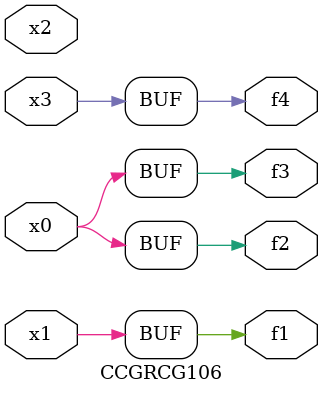
<source format=v>
module CCGRCG106(
	input x0, x1, x2, x3,
	output f1, f2, f3, f4
);
	assign f1 = x1;
	assign f2 = x0;
	assign f3 = x0;
	assign f4 = x3;
endmodule

</source>
